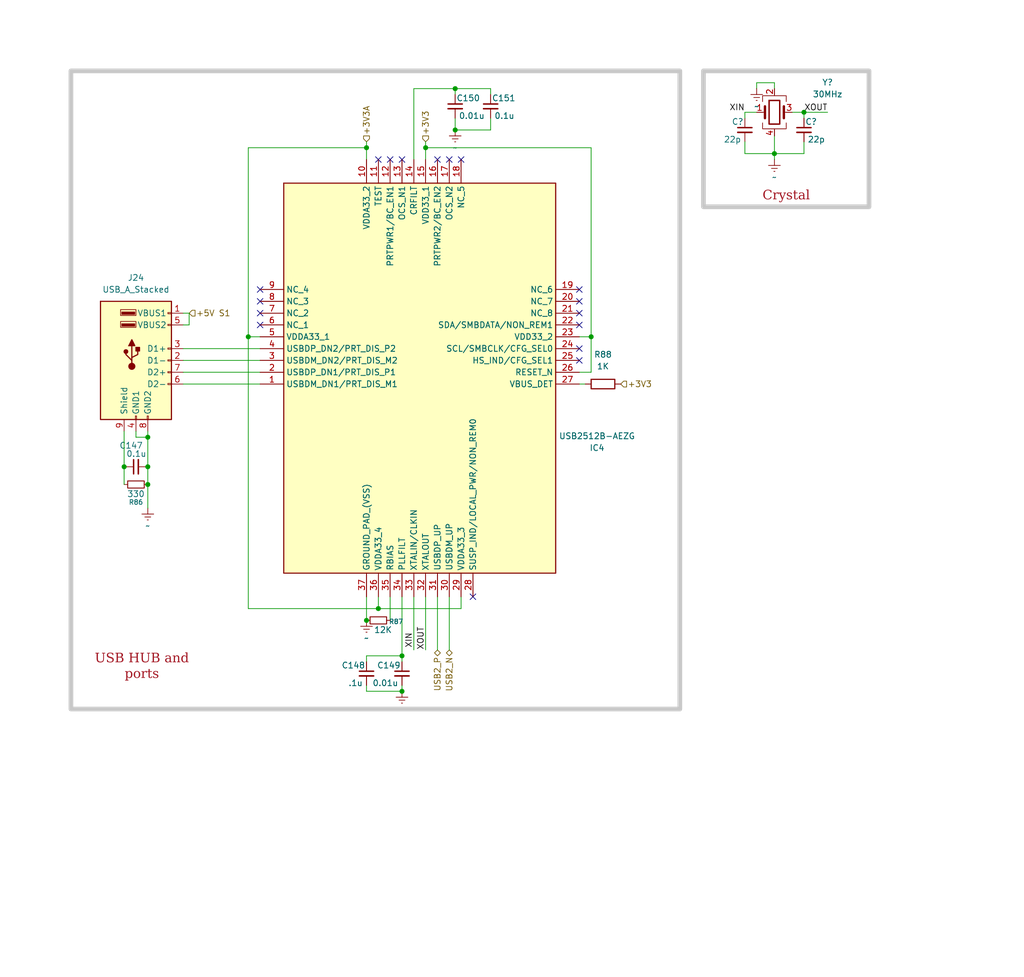
<source format=kicad_sch>
(kicad_sch (version 20250114) (generator "eeschema") (generator_version "9.0")
  (paper "User" 220 210)
  (lib_symbols
    (symbol "Connector:USB_A_Stacked" (pin_names (offset 1.016))
      (property "Reference" "J" (at 0 15.875 0))
      (property "Value" "USB_A_Stacked" (at 0 13.97 0))
      (symbol "USB_A_Stacked_0_1"
        (rectangle (start -7.62 12.7) (end 7.62 -12.7) (stroke (width 0.254)) (fill (type background)))
        (circle (center -2.159 1.905) (radius 0.381) (stroke (width 0.254)) (fill (type outline)))
        (polyline (pts (xy -1.524 3.175) (xy -0.254 3.175) (xy -0.889 4.445) (xy -1.524 3.175)) (stroke (width 0.254)) (fill (type outline)))
        (polyline (pts (xy -0.889 0) (xy -0.889 0.635) (xy 0.381 1.27) (xy 0.381 2.54)) (stroke (width 0.254)))
        (polyline (pts (xy -0.889 -0.635) (xy -0.889 0) (xy -2.159 1.27) (xy -2.159 1.905)) (stroke (width 0.254)))
        (circle (center -0.889 -1.27) (radius 0.635) (stroke (width 0.254)) (fill (type outline)))
        (rectangle (start -0.254 9.906) (end -3.048 10.414) (fill (type outline)))
        (rectangle (start -0.254 7.366) (end -3.048 7.874) (fill (type outline)))
        (rectangle (start -0.127 -12.7) (end 0.127 -11.938))
        (rectangle (start 0 9.652) (end -3.302 10.922))
        (rectangle (start 0 7.112) (end -3.302 8.382))
        (rectangle (start 0 2.794) (end 0.762 2.032) (stroke (width 0.254)) (fill (type outline)))
        (rectangle (start 2.413 -12.7) (end 2.667 -11.938))
        (rectangle (start 7.62 10.033) (end 6.858 10.287))
        (rectangle (start 7.62 7.493) (end 6.858 7.747))
        (rectangle (start 7.62 2.413) (end 6.858 2.667))
        (rectangle (start 7.62 -0.127) (end 6.858 0.127))
        (rectangle (start 7.62 -2.667) (end 6.858 -2.413))
        (rectangle (start 7.62 -5.207) (end 6.858 -4.953))
      )
      (symbol "USB_A_Stacked_1_1"
        (polyline (pts (xy -0.889 0.635) (xy -0.889 3.175)) (stroke (width 0.254)))
        (pin passive line (at -2.54 -15.24 90) (length 2.54) (name "Shield") (number "9"))
        (pin power_in line (at 0 -15.24 90) (length 2.54) (name "GND1") (number "4"))
        (pin power_in line (at 2.54 -15.24 90) (length 2.54) (name "GND2") (number "8"))
        (pin power_in line (at 10.16 10.16 180) (length 2.54) (name "VBUS1") (number "1"))
        (pin power_in line (at 10.16 7.62 180) (length 2.54) (name "VBUS2") (number "5"))
        (pin bidirectional line (at 10.16 2.54 180) (length 2.54) (name "D1+") (number "3"))
        (pin bidirectional line (at 10.16 0 180) (length 2.54) (name "D1-") (number "2"))
        (pin bidirectional line (at 10.16 -2.54 180) (length 2.54) (name "D2+") (number "7"))
        (pin bidirectional line (at 10.16 -5.08 180) (length 2.54) (name "D2-") (number "6"))
      )
    )
    (symbol "Device:C_Small" (pin_numbers (hide yes)) (pin_names (offset 0.254) (hide yes))
      (property "Reference" "C" (at 0.254 1.778 0))
      (property "Value" "C_Small" (at 0.254 -2.032 0))
      (symbol "C_Small_0_1"
        (polyline (pts (xy -1.524 0.508) (xy 1.524 0.508)) (stroke (width 0.3048)))
        (polyline (pts (xy -1.524 -0.508) (xy 1.524 -0.508)) (stroke (width 0.3302)))
      )
      (symbol "C_Small_1_1"
        (pin passive line (at 0 2.54 270) (length 2.032) (name "~") (number "1"))
        (pin passive line (at 0 -2.54 90) (length 2.032) (name "~") (number "2"))
      )
    )
    (symbol "Device:Crystal_GND24" (pin_names (offset 1.016) (hide yes))
      (property "Reference" "Y" (at 3.175 5.08 0))
      (property "Value" "Crystal_GND24" (at 3.175 3.175 0))
      (symbol "Crystal_GND24_0_1"
        (polyline (pts (xy -2.54 2.286) (xy -2.54 3.556) (xy 2.54 3.556) (xy 2.54 2.286)))
        (polyline (pts (xy -2.54 0) (xy -2.032 0)))
        (polyline (pts (xy -2.54 -2.286) (xy -2.54 -3.556) (xy 2.54 -3.556) (xy 2.54 -2.286)))
        (polyline (pts (xy -2.032 -1.27) (xy -2.032 1.27)) (stroke (width 0.508)))
        (rectangle (start -1.143 2.54) (end 1.143 -2.54) (stroke (width 0.3048)))
        (polyline (pts (xy 0 3.556) (xy 0 3.81)))
        (polyline (pts (xy 0 -3.81) (xy 0 -3.556)))
        (polyline (pts (xy 2.032 0) (xy 2.54 0)))
        (polyline (pts (xy 2.032 -1.27) (xy 2.032 1.27)) (stroke (width 0.508)))
      )
      (symbol "Crystal_GND24_1_1"
        (pin passive line (at -3.81 0 0) (length 1.27) (name "1") (number "1"))
        (pin passive line (at 0 5.08 270) (length 1.27) (name "2") (number "2"))
        (pin passive line (at 0 -5.08 90) (length 1.27) (name "4") (number "4"))
        (pin passive line (at 3.81 0 180) (length 1.27) (name "3") (number "3"))
      )
    )
    (symbol "Device:R" (pin_numbers (hide yes)) (pin_names (offset 0))
      (property "Reference" "R" (at 2.032 0 90))
      (property "Value" "R" (at 0 0 90))
      (symbol "R_0_1"
        (rectangle (start -1.016 -2.54) (end 1.016 2.54) (stroke (width 0.254)))
      )
      (symbol "R_1_1"
        (pin passive line (at 0 3.81 270) (length 1.27) (name "~") (number "1"))
        (pin passive line (at 0 -3.81 90) (length 1.27) (name "~") (number "2"))
      )
    )
    (symbol "Device:R_Small" (pin_numbers (hide yes)) (pin_names (offset 0.254) (hide yes))
      (property "Reference" "R" (at 0 0 90))
      (property "Value" "R_Small" (at 1.778 0 90))
      (symbol "R_Small_0_1"
        (rectangle (start -0.762 1.778) (end 0.762 -1.778) (stroke (width 0.2032)))
      )
      (symbol "R_Small_1_1"
        (pin passive line (at 0 2.54 270) (length 0.762) (name "~") (number "1"))
        (pin passive line (at 0 -2.54 90) (length 0.762) (name "~") (number "2"))
      )
    )
    (symbol "USB2512B-AEZG:USB2512B-AEZG"
      (property "Reference" "IC" (at 64.77 45.72 0))
      (property "Value" "USB2512B-AEZG" (at 64.77 43.18 0))
      (symbol "USB2512B-AEZG_1_1"
        (rectangle (start 5.08 40.64) (end 63.5 -43.18) (stroke (width 0.254)) (fill (type background)))
        (pin passive line (at 0 0 0) (length 5.08) (name "USBDM_DN1/PRT_DIS_M1") (number "1"))
        (pin passive line (at 0 -2.54 0) (length 5.08) (name "USBDP_DN1/PRT_DIS_P1") (number "2"))
        (pin passive line (at 0 -5.08 0) (length 5.08) (name "USBDM_DN2/PRT_DIS_M2") (number "3"))
        (pin passive line (at 0 -7.62 0) (length 5.08) (name "USBDP_DN2/PRT_DIS_P2") (number "4"))
        (pin passive line (at 0 -10.16 0) (length 5.08) (name "VDDA33_1") (number "5"))
        (pin passive line (at 0 -12.7 0) (length 5.08) (name "NC_1") (number "6"))
        (pin passive line (at 0 -15.24 0) (length 5.08) (name "NC_2") (number "7"))
        (pin passive line (at 0 -17.78 0) (length 5.08) (name "NC_3") (number "8"))
        (pin passive line (at 0 -20.32 0) (length 5.08) (name "NC_4") (number "9"))
        (pin passive line (at 22.86 45.72 270) (length 5.08) (name "GROUND_PAD_(VSS)") (number "37"))
        (pin passive line (at 22.86 -48.26 90) (length 5.08) (name "VDDA33_2") (number "10"))
        (pin passive line (at 25.4 45.72 270) (length 5.08) (name "VDDA33_4") (number "36"))
        (pin passive line (at 25.4 -48.26 90) (length 5.08) (name "TEST") (number "11"))
        (pin passive line (at 27.94 45.72 270) (length 5.08) (name "RBIAS") (number "35"))
        (pin passive line (at 27.94 -48.26 90) (length 5.08) (name "PRTPWR1/BC_EN1") (number "12"))
        (pin passive line (at 30.48 45.72 270) (length 5.08) (name "PLLFILT") (number "34"))
        (pin passive line (at 30.48 -48.26 90) (length 5.08) (name "OCS_N1") (number "13"))
        (pin passive line (at 33.02 45.72 270) (length 5.08) (name "XTALIN/CLKIN") (number "33"))
        (pin passive line (at 33.02 -48.26 90) (length 5.08) (name "CRFILT") (number "14"))
        (pin passive line (at 35.56 45.72 270) (length 5.08) (name "XTALOUT") (number "32"))
        (pin passive line (at 35.56 -48.26 90) (length 5.08) (name "VDD33_1") (number "15"))
        (pin passive line (at 38.1 45.72 270) (length 5.08) (name "USBDP_UP") (number "31"))
        (pin passive line (at 38.1 -48.26 90) (length 5.08) (name "PRTPWR2/BC_EN2") (number "16"))
        (pin passive line (at 40.64 45.72 270) (length 5.08) (name "USBDM_UP") (number "30"))
        (pin passive line (at 40.64 -48.26 90) (length 5.08) (name "OCS_N2") (number "17"))
        (pin passive line (at 43.18 45.72 270) (length 5.08) (name "VDDA33_3") (number "29"))
        (pin passive line (at 43.18 -48.26 90) (length 5.08) (name "NC_5") (number "18"))
        (pin passive line (at 45.72 45.72 270) (length 5.08) (name "SUSP_IND/LOCAL_PWR/NON_REM0") (number "28"))
        (pin passive line (at 68.58 0 180) (length 5.08) (name "VBUS_DET") (number "27"))
        (pin passive line (at 68.58 -2.54 180) (length 5.08) (name "RESET_N") (number "26"))
        (pin passive line (at 68.58 -5.08 180) (length 5.08) (name "HS_IND/CFG_SEL1") (number "25"))
        (pin passive line (at 68.58 -7.62 180) (length 5.08) (name "SCL/SMBCLK/CFG_SEL0") (number "24"))
        (pin passive line (at 68.58 -10.16 180) (length 5.08) (name "VDD33_2") (number "23"))
        (pin passive line (at 68.58 -12.7 180) (length 5.08) (name "SDA/SMBDATA/NON_REM1") (number "22"))
        (pin passive line (at 68.58 -15.24 180) (length 5.08) (name "NC_8") (number "21"))
        (pin passive line (at 68.58 -17.78 180) (length 5.08) (name "NC_7") (number "20"))
        (pin passive line (at 68.58 -20.32 180) (length 5.08) (name "NC_6") (number "19"))
      )
    )
    (symbol "power:Earth" (power) (pin_numbers (hide yes)) (pin_names (offset 0) (hide yes))
      (property "Value" "Earth" (at 0 -3.81 0))
      (symbol "Earth_0_1"
        (polyline (pts (xy -0.635 -1.905) (xy 0.635 -1.905)))
        (polyline (pts (xy -0.127 -2.54) (xy 0.127 -2.54)))
        (polyline (pts (xy 0 -1.27) (xy 0 0)))
        (polyline (pts (xy 1.27 -1.27) (xy -1.27 -1.27)))
      )
      (symbol "Earth_1_1"
        (pin power_in line (at 0 0 270) (length 0) (name "~") (number "1"))
      )
    )
  )
  (rectangle (start 151.13 15.24) (end 186.69 44.45) (stroke (width 1) (color 200 200 200 1)))
  (rectangle (start 15.24 15.24) (end 146.05 152.4) (stroke (width 1) (color 200 200 200 1)))
  (text_box "USB HUB and ports\n" (at 16.51 138.43 0) (size 27.94 9.525) (margins 1.9049 1.9049 1.9049 1.9049) (stroke (width -0.0001)) (effects (font (size 2 2) (thickness 0.3175)) (justify bottom)))
  (text_box "Crystal\n" (at 154.94 35.56 0) (size 27.94 9.525) (margins 1.9049 1.9049 1.9049 1.9049) (stroke (width -0.0001)) (effects (font (size 2 2) (thickness 0.3175)) (justify bottom)))
  (junction (at 97.79 19.05))
  (junction (at 91.44 31.75))
  (junction (at 26.67 100.33))
  (junction (at 127 72.39))
  (junction (at 31.75 93.98))
  (junction (at 31.75 100.33))
  (junction (at 78.74 31.75))
  (junction (at 86.36 148.59))
  (junction (at 53.34 72.39))
  (junction (at 81.28 130.81))
  (junction (at 166.37 33.02))
  (junction (at 86.36 140.97))
  (junction (at 97.79 27.94))
  (junction (at 31.75 104.14))
  (junction (at 78.74 133.35))
  (junction (at 172.72 24.13))
  (no_connect (at 124.46 74.93))
  (no_connect (at 124.46 62.23))
  (no_connect (at 124.46 64.77))
  (no_connect (at 93.98 34.29))
  (no_connect (at 81.28 34.29))
  (no_connect (at 124.46 67.31))
  (no_connect (at 55.88 67.31))
  (no_connect (at 124.46 77.47))
  (no_connect (at 55.88 64.77))
  (no_connect (at 86.36 34.29))
  (no_connect (at 124.46 69.85))
  (no_connect (at 83.82 34.29))
  (no_connect (at 96.52 34.29))
  (no_connect (at 55.88 69.85))
  (no_connect (at 101.6 128.27))
  (no_connect (at 99.06 34.29))
  (no_connect (at 55.88 62.23))
  (wire (pts (xy 91.44 31.75) (xy 91.44 34.29)))
  (wire (pts (xy 39.37 82.55) (xy 55.88 82.55)))
  (wire (pts (xy 78.74 140.97) (xy 78.74 142.24)))
  (wire (pts (xy 39.37 69.85) (xy 40.64 69.85)))
  (wire (pts (xy 124.46 80.01) (xy 127 80.01)))
  (wire (pts (xy 78.74 148.59) (xy 86.36 148.59)))
  (wire (pts (xy 26.67 100.33) (xy 26.67 104.14)))
  (wire (pts (xy 53.34 130.81) (xy 53.34 72.39)))
  (wire (pts (xy 91.44 31.75) (xy 127 31.75)))
  (wire (pts (xy 105.41 25.4) (xy 105.41 27.94)))
  (wire (pts (xy 172.72 25.4) (xy 172.72 24.13)))
  (wire (pts (xy 81.28 128.27) (xy 81.28 130.81)))
  (wire (pts (xy 31.75 100.33) (xy 31.75 104.14)))
  (wire (pts (xy 81.28 130.81) (xy 99.06 130.81)))
  (wire (pts (xy 93.98 128.27) (xy 93.98 139.7)))
  (wire (pts (xy 170.18 24.13) (xy 172.72 24.13)))
  (wire (pts (xy 29.21 93.98) (xy 31.75 93.98)))
  (wire (pts (xy 166.37 33.02) (xy 166.37 34.29)))
  (wire (pts (xy 40.64 67.31) (xy 39.37 67.31)))
  (wire (pts (xy 166.37 33.02) (xy 172.72 33.02)))
  (wire (pts (xy 162.56 19.05) (xy 162.56 17.78)))
  (wire (pts (xy 125.73 82.55) (xy 124.46 82.55)))
  (wire (pts (xy 78.74 31.75) (xy 78.74 34.29)))
  (wire (pts (xy 96.52 128.27) (xy 96.52 139.7)))
  (wire (pts (xy 88.9 19.05) (xy 97.79 19.05)))
  (wire (pts (xy 31.75 93.98) (xy 31.75 100.33)))
  (wire (pts (xy 105.41 27.94) (xy 97.79 27.94)))
  (wire (pts (xy 78.74 140.97) (xy 86.36 140.97)))
  (wire (pts (xy 97.79 19.05) (xy 105.41 19.05)))
  (wire (pts (xy 105.41 19.05) (xy 105.41 20.32)))
  (wire (pts (xy 166.37 17.78) (xy 166.37 19.05)))
  (wire (pts (xy 53.34 31.75) (xy 53.34 72.39)))
  (wire (pts (xy 172.72 24.13) (xy 177.8 24.13)))
  (wire (pts (xy 160.02 30.48) (xy 160.02 33.02)))
  (wire (pts (xy 83.82 128.27) (xy 83.82 133.35)))
  (wire (pts (xy 39.37 80.01) (xy 55.88 80.01)))
  (wire (pts (xy 91.44 30.48) (xy 91.44 31.75)))
  (wire (pts (xy 162.56 17.78) (xy 166.37 17.78)))
  (wire (pts (xy 86.36 128.27) (xy 86.36 140.97)))
  (wire (pts (xy 39.37 74.93) (xy 55.88 74.93)))
  (wire (pts (xy 40.64 69.85) (xy 40.64 67.31)))
  (wire (pts (xy 88.9 128.27) (xy 88.9 139.7)))
  (wire (pts (xy 127 80.01) (xy 127 72.39)))
  (wire (pts (xy 160.02 24.13) (xy 162.56 24.13)))
  (wire (pts (xy 127 31.75) (xy 127 72.39)))
  (wire (pts (xy 78.74 30.48) (xy 78.74 31.75)))
  (wire (pts (xy 53.34 31.75) (xy 78.74 31.75)))
  (wire (pts (xy 97.79 25.4) (xy 97.79 27.94)))
  (wire (pts (xy 81.28 130.81) (xy 53.34 130.81)))
  (wire (pts (xy 91.44 139.7) (xy 91.44 128.27)))
  (wire (pts (xy 97.79 20.32) (xy 97.79 19.05)))
  (wire (pts (xy 53.34 72.39) (xy 55.88 72.39)))
  (wire (pts (xy 172.72 33.02) (xy 172.72 30.48)))
  (wire (pts (xy 26.67 92.71) (xy 26.67 100.33)))
  (wire (pts (xy 78.74 147.32) (xy 78.74 148.59)))
  (wire (pts (xy 124.46 72.39) (xy 127 72.39)))
  (wire (pts (xy 31.75 93.98) (xy 31.75 92.71)))
  (wire (pts (xy 160.02 25.4) (xy 160.02 24.13)))
  (wire (pts (xy 160.02 33.02) (xy 166.37 33.02)))
  (wire (pts (xy 88.9 34.29) (xy 88.9 19.05)))
  (wire (pts (xy 99.06 128.27) (xy 99.06 130.81)))
  (wire (pts (xy 31.75 104.14) (xy 31.75 109.22)))
  (wire (pts (xy 39.37 77.47) (xy 55.88 77.47)))
  (wire (pts (xy 78.74 128.27) (xy 78.74 133.35)))
  (wire (pts (xy 86.36 147.32) (xy 86.36 148.59)))
  (wire (pts (xy 29.21 93.98) (xy 29.21 92.71)))
  (wire (pts (xy 86.36 140.97) (xy 86.36 142.24)))
  (wire (pts (xy 166.37 29.21) (xy 166.37 33.02)))
  (label "XOUT" (at 177.8 24.13 180))
  (label "XOUT" (at 91.44 134.62 270))
  (label "XIN" (at 88.9 135.89 270))
  (label "XIN" (at 160.02 24.13 180))
  (hierarchical_label "USB2_N" (shape bidirectional) (at 96.52 139.7 270))
  (hierarchical_label "+3V3" (shape input) (at 91.44 30.48 90))
  (hierarchical_label "+3V3A" (shape input) (at 78.74 30.48 90))
  (hierarchical_label "+3V3" (shape input) (at 133.35 82.55 0))
  (hierarchical_label "+5V S1" (shape input) (at 40.64 67.31 0))
  (hierarchical_label "USB2_P" (shape bidirectional) (at 93.98 139.7 270))
  (symbol (lib_id "USB2512B-AEZG:USB2512B-AEZG") (at 55.88 82.55 0) (mirror x) (unit 1)
    (property "Reference" "IC4" (at 128.27 96.266 0))
    (property "Value" "USB2512B-AEZG" (at 128.27 93.726 0))
    (property "Footprint" "USB2512B-AEZG:QFN50P600X600X100-37N-D" (effects (hide yes)))
    (property "Datasheet" "http://www.microchip.com/mymicrochip/filehandler.aspx?ddocname=en562310" (effects (hide yes)))
    (property "Description" "USB 2.0 Hub Controller 2-Port BC QFN36 Microchip USB2512B-AEZG, USB Controller, 480MBps, USB 2.0, 3.3 V, 36-Pin QFN" (effects (hide yes)))
    (property "Height" "1" (effects (hide yes)))
    (property "Manufacturer_Name" "Microchip" (effects (hide yes)))
    (property "Manufacturer_Part_Number" "USB2512B-AEZG" (effects (hide yes)))
    (property "Mouser Part Number" "886-USB2512B-AEZG" (effects (hide yes)))
    (property "Mouser Price/Stock" "https://www.mouser.co.uk/ProductDetail/Microchip-Technology/USB2512B-AEZG?qs=pA5MXup5wxGNvJiLqKVEsA%3D%3D" (effects (hide yes)))
    (property "Arrow Part Number" "USB2512B-AEZG" (effects (hide yes)))
    (property "Arrow Price/Stock" "https://www.arrow.com/en/products/usb2512b-aezg/microchip-technology?region=nac" (effects (hide yes)))
  )
  (symbol (lib_id "power:Earth") (at 97.79 27.94 0) (unit 1)
    (property "Reference" "#PWR0167" (effects (hide yes)))
    (property "Value" "~" (at 97.79 31.75 0))
    (property "Description" "Power symbol creates a global label with name \"Earth\"" (effects (hide yes)))
  )
  (symbol (lib_id "Device:C_Small") (at 86.36 144.78 0) (mirror y) (unit 1)
    (property "Reference" "C149" (at 86.106 143.002 0) (effects (justify left)))
    (property "Value" "0.01u" (at 85.598 146.812 0) (effects (justify left)))
    (property "Footprint" "Capacitor_SMD:C_0603_1608Metric" (effects (hide yes)))
    (property "Description" "Unpolarized capacitor, small symbol" (effects (hide yes)))
  )
  (symbol (lib_id "Connector:USB_A_Stacked") (at 29.21 77.47 0) (unit 1)
    (property "Reference" "J24" (at 29.21 59.69 0))
    (property "Value" "USB_A_Stacked" (at 29.21 62.23 0))
    (property "Footprint" "Connector_USB:USB_A_Wuerth_61400826021_Horizontal_Stacked" (effects (hide yes)))
    (property "Description" "USB Type A connector, stacked" (effects (hide yes)))
  )
  (symbol (lib_id "Device:C_Small") (at 78.74 144.78 0) (mirror y) (unit 1)
    (property "Reference" "C148" (at 78.486 143.002 0) (effects (justify left)))
    (property "Value" ".1u" (at 77.978 146.812 0) (effects (justify left)))
    (property "Footprint" "Capacitor_SMD:C_0603_1608Metric" (effects (hide yes)))
    (property "Description" "Unpolarized capacitor, small symbol" (effects (hide yes)))
  )
  (symbol (lib_id "Device:Crystal_GND24") (at 166.37 24.13 0) (unit 1)
    (property "Reference" "Y?" (at 177.8 17.7098 0))
    (property "Value" "30MHz" (at 177.8 20.2498 0))
    (property "Description" "Four pin crystal, GND on pins 2 and 4" (effects (hide yes)))
  )
  (symbol (lib_id "Device:R_Small") (at 29.21 104.14 90) (mirror x) (unit 1)
    (property "Reference" "R86" (at 29.21 107.95 90) (effects (font (size 1.016 1.016))))
    (property "Value" "330" (at 29.21 106.172 90))
    (property "Footprint" "Resistor_SMD:R_0603_1608Metric" (effects (hide yes)))
    (property "Description" "Resistor, small symbol" (effects (hide yes)))
  )
  (symbol (lib_id "Device:C_Small") (at 172.72 27.94 0) (unit 1)
    (property "Reference" "C?" (at 172.974 26.162 0) (effects (justify left)))
    (property "Value" "22p" (at 173.482 29.972 0) (effects (justify left)))
    (property "Footprint" "Capacitor_SMD:C_0603_1608Metric" (effects (hide yes)))
    (property "Description" "Unpolarized capacitor, small symbol" (effects (hide yes)))
  )
  (symbol (lib_id "Device:C_Small") (at 97.79 22.86 0) (unit 1)
    (property "Reference" "C150" (at 98.044 21.082 0) (effects (justify left)))
    (property "Value" "0.01u" (at 98.552 24.892 0) (effects (justify left)))
    (property "Footprint" "Capacitor_SMD:C_0603_1608Metric" (effects (hide yes)))
    (property "Description" "Unpolarized capacitor, small symbol" (effects (hide yes)))
  )
  (symbol (lib_id "power:Earth") (at 162.56 19.05 0) (unit 1)
    (property "Reference" "#PWR0168" (effects (hide yes)))
    (property "Value" "~" (at 162.56 22.86 0))
    (property "Description" "Power symbol creates a global label with name \"Earth\"" (effects (hide yes)))
  )
  (symbol (lib_id "power:Earth") (at 166.37 34.29 0) (unit 1)
    (property "Reference" "#PWR0191" (effects (hide yes)))
    (property "Value" "~" (at 166.37 38.1 0))
    (property "Description" "Power symbol creates a global label with name \"Earth\"" (effects (hide yes)))
  )
  (symbol (lib_id "power:Earth") (at 86.36 148.59 0) (mirror y) (unit 1)
    (property "Reference" "#PWR0166" (effects (hide yes)))
    (property "Value" "~" (at 86.36 152.4 0))
    (property "Description" "Power symbol creates a global label with name \"Earth\"" (effects (hide yes)))
  )
  (symbol (lib_id "Device:C_Small") (at 105.41 22.86 0) (unit 1)
    (property "Reference" "C151" (at 105.664 21.082 0) (effects (justify left)))
    (property "Value" "0.1u" (at 106.172 24.892 0) (effects (justify left)))
    (property "Footprint" "Capacitor_SMD:C_0603_1608Metric" (effects (hide yes)))
    (property "Description" "Unpolarized capacitor, small symbol" (effects (hide yes)))
  )
  (symbol (lib_id "Device:R_Small") (at 81.28 133.35 90) (mirror x) (unit 1)
    (property "Reference" "R87" (at 85.09 133.604 90) (effects (font (size 1.016 1.016))))
    (property "Value" "12K" (at 82.296 135.382 90))
    (property "Footprint" "Resistor_SMD:R_0603_1608Metric" (effects (hide yes)))
    (property "Description" "Resistor, small symbol" (effects (hide yes)))
  )
  (symbol (lib_id "power:Earth") (at 31.75 109.22 0) (unit 1)
    (property "Reference" "#PWR0164" (effects (hide yes)))
    (property "Value" "~" (at 31.75 113.03 0))
    (property "Description" "Power symbol creates a global label with name \"Earth\"" (effects (hide yes)))
  )
  (symbol (lib_id "power:Earth") (at 78.74 133.35 0) (unit 1)
    (property "Reference" "#PWR0165" (effects (hide yes)))
    (property "Value" "~" (at 78.74 137.16 0))
    (property "Description" "Power symbol creates a global label with name \"Earth\"" (effects (hide yes)))
  )
  (symbol (lib_id "Device:R") (at 129.54 82.55 270) (unit 1)
    (property "Reference" "R88" (at 129.54 76.2 90))
    (property "Value" "1K" (at 129.54 78.74 90))
    (property "Footprint" "Resistor_SMD:R_0603_1608Metric" (effects (hide yes)))
    (property "Description" "Resistor" (effects (hide yes)))
  )
  (symbol (lib_id "Device:C_Small") (at 29.21 100.33 90) (unit 1)
    (property "Reference" "C147" (at 30.734 95.758 90) (effects (justify left)))
    (property "Value" "0.1u" (at 31.496 97.536 90) (effects (justify left)))
    (property "Footprint" "Capacitor_SMD:C_0603_1608Metric" (effects (hide yes)))
    (property "Description" "Unpolarized capacitor, small symbol" (effects (hide yes)))
  )
  (symbol (lib_id "Device:C_Small") (at 160.02 27.94 0) (mirror y) (unit 1)
    (property "Reference" "C?" (at 159.766 26.162 0) (effects (justify left)))
    (property "Value" "22p" (at 159.258 29.972 0) (effects (justify left)))
    (property "Footprint" "Capacitor_SMD:C_0603_1608Metric" (effects (hide yes)))
    (property "Description" "Unpolarized capacitor, small symbol" (effects (hide yes)))
  )
)
</source>
